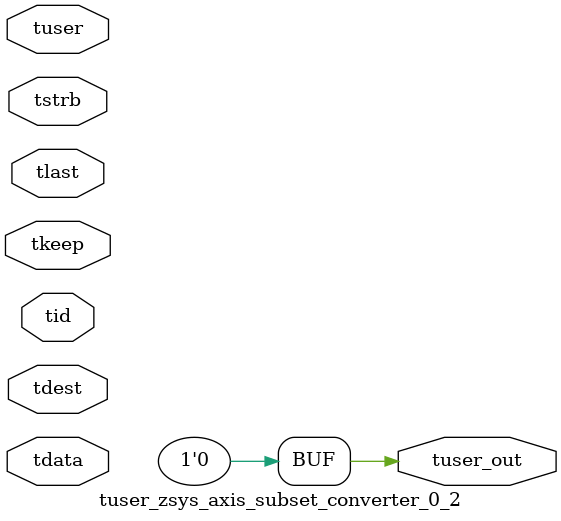
<source format=v>


`timescale 1ps/1ps

module tuser_zsys_axis_subset_converter_0_2 #
(
parameter C_S_AXIS_TUSER_WIDTH = 1,
parameter C_S_AXIS_TDATA_WIDTH = 32,
parameter C_S_AXIS_TID_WIDTH   = 0,
parameter C_S_AXIS_TDEST_WIDTH = 0,
parameter C_M_AXIS_TUSER_WIDTH = 1
)
(
input  [(C_S_AXIS_TUSER_WIDTH == 0 ? 1 : C_S_AXIS_TUSER_WIDTH)-1:0     ] tuser,
input  [(C_S_AXIS_TDATA_WIDTH == 0 ? 1 : C_S_AXIS_TDATA_WIDTH)-1:0     ] tdata,
input  [(C_S_AXIS_TID_WIDTH   == 0 ? 1 : C_S_AXIS_TID_WIDTH)-1:0       ] tid,
input  [(C_S_AXIS_TDEST_WIDTH == 0 ? 1 : C_S_AXIS_TDEST_WIDTH)-1:0     ] tdest,
input  [(C_S_AXIS_TDATA_WIDTH/8)-1:0 ] tkeep,
input  [(C_S_AXIS_TDATA_WIDTH/8)-1:0 ] tstrb,
input                                                                    tlast,
output [C_M_AXIS_TUSER_WIDTH-1:0] tuser_out
);

assign tuser_out = {1'b0};

endmodule


</source>
